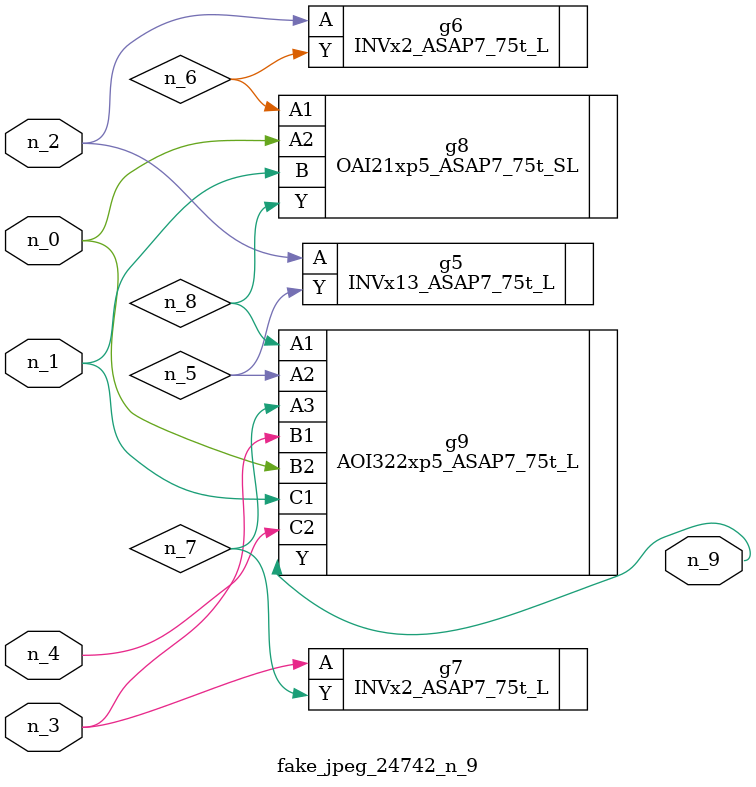
<source format=v>
module fake_jpeg_24742_n_9 (n_3, n_2, n_1, n_0, n_4, n_9);

input n_3;
input n_2;
input n_1;
input n_0;
input n_4;

output n_9;

wire n_8;
wire n_6;
wire n_5;
wire n_7;

INVx13_ASAP7_75t_L g5 ( 
.A(n_2),
.Y(n_5)
);

INVx2_ASAP7_75t_L g6 ( 
.A(n_2),
.Y(n_6)
);

INVx2_ASAP7_75t_L g7 ( 
.A(n_3),
.Y(n_7)
);

OAI21xp5_ASAP7_75t_SL g8 ( 
.A1(n_6),
.A2(n_0),
.B(n_1),
.Y(n_8)
);

AOI322xp5_ASAP7_75t_L g9 ( 
.A1(n_8),
.A2(n_5),
.A3(n_7),
.B1(n_3),
.B2(n_0),
.C1(n_1),
.C2(n_4),
.Y(n_9)
);


endmodule
</source>
